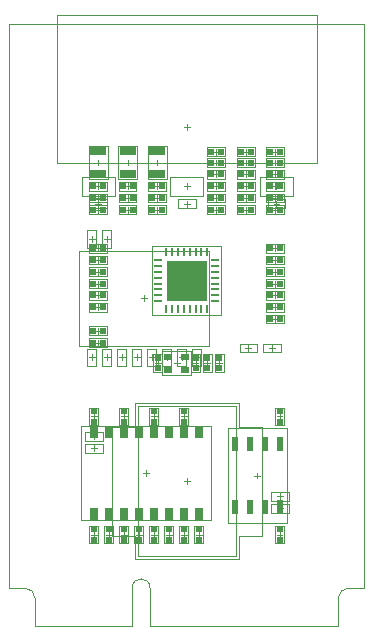
<source format=gbp>
G04*
G04 #@! TF.GenerationSoftware,Altium Limited,Altium Designer,22.1.2 (22)*
G04*
G04 Layer_Color=128*
%FSLAX25Y25*%
%MOIN*%
G70*
G04*
G04 #@! TF.SameCoordinates,22AE79A3-5326-4A0D-A068-57DE9E5E3605*
G04*
G04*
G04 #@! TF.FilePolarity,Positive*
G04*
G01*
G75*
%ADD11C,0.00394*%
%ADD13C,0.00197*%
%ADD14C,0.00039*%
%ADD15C,0.00079*%
%ADD17R,0.02047X0.01850*%
%ADD18R,0.02756X0.03937*%
%ADD19R,0.01850X0.02047*%
%ADD44R,0.13583X0.13583*%
%ADD45R,0.00984X0.02756*%
%ADD46R,0.02756X0.00984*%
%ADD47R,0.05512X0.02756*%
%ADD48R,0.02362X0.05118*%
%ADD49R,0.02756X0.02362*%
D11*
X68898Y-197D02*
G03*
X65748Y-3347I0J-3150D01*
G01*
X-35433D02*
G03*
X-38583Y-197I-3150J0D01*
G01*
X2953Y0D02*
G03*
X-2953Y0I-2953J0D01*
G01*
X68898Y-197D02*
G03*
X65748Y-3347I0J-3150D01*
G01*
X-35433D02*
G03*
X-38583Y-197I-3150J0D01*
G01*
X2953Y0D02*
G03*
X-2953Y0I-2953J0D01*
G01*
X-35433Y-12795D02*
X-2953D01*
X65748D02*
Y-3347D01*
X68898Y-197D02*
X74213D01*
X-43898D02*
X-38583D01*
X2953Y-12795D02*
Y0D01*
X-2953Y-12795D02*
Y0D01*
X-35433Y-12795D02*
Y-3347D01*
X2953Y-12795D02*
X65748D01*
X-43898Y187795D02*
X74213D01*
X-35433Y-12795D02*
Y-3347D01*
X74213Y-197D02*
Y187795D01*
X-2953Y-12795D02*
Y0D01*
X65748Y-12795D02*
Y-3347D01*
X2953Y-12795D02*
Y0D01*
X-35433Y-12795D02*
X-2953D01*
X2953D02*
X65748D01*
X68898Y-197D02*
X74213D01*
X-43898D02*
X-38583D01*
X-43898D02*
Y187795D01*
D13*
X3557Y90762D02*
X26757D01*
X3557Y113962D02*
X26757D01*
X3557Y90762D02*
Y113962D01*
X26757Y90762D02*
Y113962D01*
X15157Y101181D02*
Y103543D01*
X13976Y102362D02*
X16339D01*
X3557Y113962D02*
X26757D01*
Y90762D02*
Y113962D01*
X3557Y90762D02*
X26757D01*
X3557D02*
Y113962D01*
D14*
X-1181Y10433D02*
X31496D01*
Y60433D01*
X-1181D02*
X31496D01*
X-1181Y10433D02*
Y60433D01*
X-12905Y113189D02*
X-9953D01*
Y119095D01*
X-12905Y113189D02*
Y119095D01*
X-9953D01*
X-17906Y113189D02*
X-14953D01*
Y119095D01*
X-17906Y113189D02*
Y119095D01*
X-14953D01*
X22724Y80709D02*
Y112205D01*
X-20583Y80709D02*
Y112205D01*
X22724D01*
X-20583Y80709D02*
X22724D01*
X17095Y73819D02*
X20047D01*
Y79724D01*
X17095Y73819D02*
Y79724D01*
X20047D01*
X7095Y73819D02*
X10047D01*
Y79724D01*
X7095Y73819D02*
Y79724D01*
X10047D01*
X-2905Y73819D02*
X47D01*
Y79724D01*
X-2905Y73819D02*
Y79724D01*
X47D01*
X-17906D02*
X-14953D01*
X-17906Y73819D02*
Y79724D01*
X-14953Y73819D02*
Y79724D01*
X-17906Y73819D02*
X-14953D01*
X58465Y141732D02*
Y190945D01*
X-28150Y141732D02*
Y190945D01*
Y141732D02*
X58465D01*
X-28150Y190945D02*
X58465D01*
X39591Y130709D02*
Y137008D01*
Y130709D02*
X50614D01*
X39591Y137008D02*
X50614D01*
Y130709D02*
Y137008D01*
X42150Y126476D02*
Y129429D01*
X48055Y126476D02*
Y129429D01*
X42150Y126476D02*
X48055D01*
X42150Y129429D02*
X48055D01*
X9646Y130709D02*
Y137008D01*
Y130709D02*
X20669D01*
X9646Y137008D02*
X20669D01*
Y130709D02*
Y137008D01*
X12205Y126476D02*
Y129429D01*
X18110Y126476D02*
Y129429D01*
X12205Y126476D02*
X18110D01*
X12205Y129429D02*
X18110D01*
X-19882Y130709D02*
Y137008D01*
Y130709D02*
X-8858D01*
X-19882Y137008D02*
X-8858D01*
Y130709D02*
Y137008D01*
X-17323Y126476D02*
Y129429D01*
X-11417Y126476D02*
Y129429D01*
X-17323Y126476D02*
X-11417D01*
X-17323Y129429D02*
X-11417D01*
X32791Y78445D02*
Y81398D01*
X38697Y78445D02*
Y81398D01*
X32791Y78445D02*
X38697D01*
X32791Y81398D02*
X38697D01*
X46571Y78445D02*
Y81398D01*
X40665D02*
X46571D01*
X40665Y78445D02*
X46571D01*
X40665D02*
Y81398D01*
X-11417Y111713D02*
Y114665D01*
X-17323Y111713D02*
X-11417D01*
X-17323Y114665D02*
X-11417D01*
X-17323Y111713D02*
Y114665D01*
X-17323Y107776D02*
Y110728D01*
X-11417D01*
X-17323Y107776D02*
X-11417D01*
Y110728D01*
Y92028D02*
Y94980D01*
X-17323Y92028D02*
X-11417D01*
X-17323Y94980D02*
X-11417D01*
X-17323Y92028D02*
Y94980D01*
X41732Y107776D02*
Y110728D01*
X47638D01*
X41732Y107776D02*
X47638D01*
Y110728D01*
X41732Y95965D02*
Y98917D01*
X47638D01*
X41732Y95965D02*
X47638D01*
Y98917D01*
X-17284Y54134D02*
X-14331D01*
X-17284D02*
Y60039D01*
X-14331Y54134D02*
Y60039D01*
X-17284D02*
X-14331D01*
X-7283Y54134D02*
X-4331D01*
X-7283D02*
Y60039D01*
X-4331Y54134D02*
Y60039D01*
X-7283D02*
X-4331D01*
X2716Y54134D02*
X5669D01*
X2716D02*
Y60039D01*
X5669Y54134D02*
Y60039D01*
X2716D02*
X5669D01*
X12717Y54134D02*
X15669D01*
X12717D02*
Y60039D01*
X15669Y54134D02*
Y60039D01*
X12717D02*
X15669D01*
X-17284Y14764D02*
X-14331D01*
X-17284D02*
Y20669D01*
X-14331Y14764D02*
Y20669D01*
X-17284D02*
X-14331D01*
X-7283Y14764D02*
X-4331D01*
X-7283D02*
Y20669D01*
X-4331Y14764D02*
Y20669D01*
X-7283D02*
X-4331D01*
X2716Y14764D02*
X5669D01*
X2716D02*
Y20669D01*
X5669Y14764D02*
Y20669D01*
X2716D02*
X5669D01*
X12717Y14764D02*
X15669D01*
X12717D02*
Y20669D01*
X15669Y14764D02*
Y20669D01*
X12717D02*
X15669D01*
X41732Y143815D02*
Y146768D01*
X47638D01*
X41732Y143815D02*
X47638D01*
Y146768D01*
X27953Y140256D02*
Y143209D01*
X22047Y140256D02*
X27953D01*
X22047Y143209D02*
X27953D01*
X22047Y140256D02*
Y143209D01*
X37795Y140256D02*
Y143209D01*
X31890Y140256D02*
X37795D01*
X31890Y143209D02*
X37795D01*
X31890Y140256D02*
Y143209D01*
X-17520Y147244D02*
X-11220D01*
Y136221D02*
Y147244D01*
X-17520Y136221D02*
Y147244D01*
Y136221D02*
X-11220D01*
X-7677Y147244D02*
X-1378D01*
Y136221D02*
Y147244D01*
X-7677Y136221D02*
Y147244D01*
Y136221D02*
X-1378D01*
X2165Y147244D02*
X8465D01*
Y136221D02*
Y147244D01*
X2165Y136221D02*
Y147244D01*
Y136221D02*
X8465D01*
X2362Y124508D02*
Y127461D01*
X8268D01*
X2362Y124508D02*
X8268D01*
Y127461D01*
X-7480Y124508D02*
Y127461D01*
X-1575D01*
X-7480Y124508D02*
X-1575D01*
Y127461D01*
X-17323Y124508D02*
Y127461D01*
X-11417D01*
X-17323Y124508D02*
X-11417D01*
Y127461D01*
Y99902D02*
Y102854D01*
X-17323Y99902D02*
X-11417D01*
X-17323Y102854D02*
X-11417D01*
X-17323Y99902D02*
Y102854D01*
X24508Y77756D02*
X27461D01*
Y71850D02*
Y77756D01*
X24508Y71850D02*
Y77756D01*
Y71850D02*
X27461D01*
X-11417Y103839D02*
Y106791D01*
X-17323Y103839D02*
X-11417D01*
X-17323Y106791D02*
X-11417D01*
X-17323Y103839D02*
Y106791D01*
X41732Y103839D02*
Y106791D01*
X47638D01*
X41732Y103839D02*
X47638D01*
Y106791D01*
X20571Y71850D02*
X23524D01*
X20571D02*
Y77756D01*
X23524Y71850D02*
Y77756D01*
X20571D02*
X23524D01*
X47638Y111713D02*
Y114665D01*
X41732Y111713D02*
X47638D01*
X41732Y114665D02*
X47638D01*
X41732Y111713D02*
Y114665D01*
X47638Y92028D02*
Y94980D01*
X41732Y92028D02*
X47638D01*
X41732Y94980D02*
X47638D01*
X41732Y92028D02*
Y94980D01*
X47638Y99902D02*
Y102854D01*
X41732Y99902D02*
X47638D01*
X41732Y102854D02*
X47638D01*
X41732Y99902D02*
Y102854D01*
X47638Y88090D02*
Y91043D01*
X41732Y88090D02*
X47638D01*
X41732Y91043D02*
X47638D01*
X41732Y88090D02*
Y91043D01*
X-17323Y95965D02*
Y98917D01*
X-11417D01*
X-17323Y95965D02*
X-11417D01*
Y98917D01*
X-19961Y22441D02*
Y53937D01*
X23346Y22441D02*
Y53937D01*
X-19961D02*
X23346D01*
X-19961Y22441D02*
X23346D01*
X28780Y53150D02*
X48465D01*
X28780Y21654D02*
X48465D01*
X28780D02*
Y53150D01*
X48465Y21654D02*
Y53150D01*
X47638Y140256D02*
Y143209D01*
X41732Y140256D02*
X47638D01*
X41732Y143209D02*
X47638D01*
X41732Y140256D02*
Y143209D01*
X47638Y132382D02*
Y135335D01*
X41732Y132382D02*
X47638D01*
X41732Y135335D02*
X47638D01*
X41732Y132382D02*
Y135335D01*
X37795Y132382D02*
Y135335D01*
X31890Y132382D02*
X37795D01*
X31890Y135335D02*
X37795D01*
X31890Y132382D02*
Y135335D01*
Y143815D02*
Y146768D01*
X37795D01*
X31890Y143815D02*
X37795D01*
Y146768D01*
X27953Y132382D02*
Y135335D01*
X22047Y132382D02*
X27953D01*
X22047Y135335D02*
X27953D01*
X22047Y132382D02*
Y135335D01*
Y143815D02*
Y146768D01*
X27953D01*
X22047Y143815D02*
X27953D01*
Y146768D01*
X7087Y78740D02*
X16535D01*
X7087Y70866D02*
X16535D01*
X7087D02*
Y78740D01*
X16535Y70866D02*
Y78740D01*
X15157Y34449D02*
Y36417D01*
X14173Y35433D02*
X16142D01*
X-2165Y9449D02*
Y17402D01*
X32480Y53465D02*
Y61417D01*
X-2165D02*
X32480D01*
X-2165Y9449D02*
X32480D01*
Y17402D01*
X-2165Y53425D02*
Y61417D01*
X-9843Y53425D02*
X-2165D01*
X32480Y17402D02*
X40157D01*
X-9843D02*
Y53425D01*
X40157Y17402D02*
Y53465D01*
X-9843Y17402D02*
X-2165D01*
X32480Y53465D02*
X40157D01*
X-12905Y113189D02*
X-9953D01*
X-12905Y119095D02*
X-9953D01*
Y113189D02*
Y119095D01*
X-12905Y113189D02*
Y119095D01*
X-11429Y115157D02*
Y117126D01*
X-12413Y116142D02*
X-10445D01*
X-17906Y113189D02*
X-14953D01*
X-17906Y119095D02*
X-14953D01*
Y113189D02*
Y119095D01*
X-17906Y113189D02*
Y119095D01*
X-16429Y115157D02*
Y117126D01*
X-17413Y116142D02*
X-15445D01*
X1071Y95472D02*
Y97441D01*
X87Y96457D02*
X2055D01*
X-20583Y80709D02*
X22724D01*
Y112205D01*
X-20583Y80709D02*
Y112205D01*
X22724D01*
X17095Y73819D02*
X20047D01*
X17095Y79724D02*
X20047D01*
Y73819D02*
Y79724D01*
X17095Y73819D02*
Y79724D01*
X18571Y75787D02*
Y77756D01*
X17587Y76772D02*
X19555D01*
X7095Y73819D02*
X10047D01*
X7095Y79724D02*
X10047D01*
Y73819D02*
Y79724D01*
X7095Y73819D02*
Y79724D01*
X8571Y75787D02*
Y77756D01*
X7587Y76772D02*
X9555D01*
X-2905Y73819D02*
X47D01*
X-2905Y79724D02*
X47D01*
Y73819D02*
Y79724D01*
X-2905Y73819D02*
Y79724D01*
X-1429Y75787D02*
Y77756D01*
X-2413Y76772D02*
X-445D01*
X-17906Y79724D02*
X-14953D01*
X-17906Y73819D02*
X-14953D01*
X-17906D02*
Y79724D01*
X-14953Y73819D02*
Y79724D01*
X-16429Y75787D02*
Y77756D01*
X-17413Y76772D02*
X-15445D01*
X-28150Y141732D02*
X58465D01*
X-28150D02*
Y190945D01*
X58465D01*
Y141732D02*
Y190945D01*
X15157Y152559D02*
Y154528D01*
X14173Y153543D02*
X16142D01*
X45102Y132874D02*
Y134843D01*
X44118Y133858D02*
X46087D01*
X39591Y130709D02*
X50614D01*
X39591Y137008D02*
X50614D01*
X39591Y130709D02*
Y137008D01*
X50614Y130709D02*
Y137008D01*
X42150Y126476D02*
X48055D01*
X42150Y129429D02*
X48055D01*
X42150Y126476D02*
Y129429D01*
X48055Y126476D02*
Y129429D01*
X45102Y126969D02*
Y128937D01*
X44118Y127953D02*
X46087D01*
X15157Y132874D02*
Y134843D01*
X14173Y133858D02*
X16142D01*
X9646Y130709D02*
X20669D01*
X9646Y137008D02*
X20669D01*
X9646Y130709D02*
Y137008D01*
X20669Y130709D02*
Y137008D01*
X12205Y126476D02*
X18110D01*
X12205Y129429D02*
X18110D01*
X12205Y126476D02*
Y129429D01*
X18110Y126476D02*
Y129429D01*
X15157Y126969D02*
Y128937D01*
X14173Y127953D02*
X16142D01*
X-14370Y132874D02*
Y134843D01*
X-15354Y133858D02*
X-13386D01*
X-19882Y130709D02*
X-8858D01*
X-19882Y137008D02*
X-8858D01*
X-19882Y130709D02*
Y137008D01*
X-8858Y130709D02*
Y137008D01*
X-17323Y126476D02*
X-11417D01*
X-17323Y129429D02*
X-11417D01*
X-17323Y126476D02*
Y129429D01*
X-11417Y126476D02*
Y129429D01*
X-14370Y126969D02*
Y128937D01*
X-15354Y127953D02*
X-13386D01*
X32791Y78445D02*
X38697D01*
X32791Y81398D02*
X38697D01*
X32791Y78445D02*
Y81398D01*
X38697Y78445D02*
Y81398D01*
X35744Y78937D02*
Y80905D01*
X34760Y79921D02*
X36728D01*
X46571Y78445D02*
Y81398D01*
X40665Y78445D02*
Y81398D01*
X46571D01*
X40665Y78445D02*
X46571D01*
X42634Y79921D02*
X44602D01*
X43618Y78937D02*
Y80905D01*
X-11417Y111713D02*
Y114665D01*
X-17323Y111713D02*
Y114665D01*
Y111713D02*
X-11417D01*
X-17323Y114665D02*
X-11417D01*
X-15354Y113189D02*
X-13386D01*
X-14370Y112205D02*
Y114173D01*
X-17323Y107776D02*
Y110728D01*
X-11417Y107776D02*
Y110728D01*
X-17323D02*
X-11417D01*
X-17323Y107776D02*
X-11417D01*
X-15354Y109252D02*
X-13386D01*
X-14370Y108268D02*
Y110236D01*
X-11417Y92028D02*
Y94980D01*
X-17323Y92028D02*
Y94980D01*
Y92028D02*
X-11417D01*
X-17323Y94980D02*
X-11417D01*
X-15354Y93504D02*
X-13386D01*
X-14370Y92520D02*
Y94488D01*
X41732Y107776D02*
Y110728D01*
X47638Y107776D02*
Y110728D01*
X41732D02*
X47638D01*
X41732Y107776D02*
X47638D01*
X43701Y109252D02*
X45669D01*
X44685Y108268D02*
Y110236D01*
X41732Y95965D02*
Y98917D01*
X47638Y95965D02*
Y98917D01*
X41732D02*
X47638D01*
X41732Y95965D02*
X47638D01*
X43701Y97441D02*
X45669D01*
X44685Y96457D02*
Y98425D01*
X-17284Y54134D02*
X-14331D01*
X-17284Y60039D02*
X-14331D01*
X-17284Y54134D02*
Y60039D01*
X-14331Y54134D02*
Y60039D01*
X-15807Y56102D02*
Y58071D01*
X-16791Y57087D02*
X-14823D01*
X-7283Y54134D02*
X-4331D01*
X-7283Y60039D02*
X-4331D01*
X-7283Y54134D02*
Y60039D01*
X-4331Y54134D02*
Y60039D01*
X-5807Y56102D02*
Y58071D01*
X-6791Y57087D02*
X-4823D01*
X2716Y54134D02*
X5669D01*
X2716Y60039D02*
X5669D01*
X2716Y54134D02*
Y60039D01*
X5669Y54134D02*
Y60039D01*
X4193Y56102D02*
Y58071D01*
X3209Y57087D02*
X5177D01*
X12717Y54134D02*
X15669D01*
X12717Y60039D02*
X15669D01*
X12717Y54134D02*
Y60039D01*
X15669Y54134D02*
Y60039D01*
X14193Y56102D02*
Y58071D01*
X13209Y57087D02*
X15177D01*
X-17284Y14764D02*
X-14331D01*
X-17284Y20669D02*
X-14331D01*
X-17284Y14764D02*
Y20669D01*
X-14331Y14764D02*
Y20669D01*
X-15807Y16732D02*
Y18701D01*
X-16791Y17717D02*
X-14823D01*
X-7283Y14764D02*
X-4331D01*
X-7283Y20669D02*
X-4331D01*
X-7283Y14764D02*
Y20669D01*
X-4331Y14764D02*
Y20669D01*
X-5807Y16732D02*
Y18701D01*
X-6791Y17717D02*
X-4823D01*
X2716Y14764D02*
X5669D01*
X2716Y20669D02*
X5669D01*
X2716Y14764D02*
Y20669D01*
X5669Y14764D02*
Y20669D01*
X4193Y16732D02*
Y18701D01*
X3209Y17717D02*
X5177D01*
X12717Y14764D02*
X15669D01*
X12717Y20669D02*
X15669D01*
X12717Y14764D02*
Y20669D01*
X15669Y14764D02*
Y20669D01*
X14193Y16732D02*
Y18701D01*
X13209Y17717D02*
X15177D01*
X41732Y143815D02*
Y146768D01*
X47638Y143815D02*
Y146768D01*
X41732D02*
X47638D01*
X41732Y143815D02*
X47638D01*
X43701Y145291D02*
X45669D01*
X44685Y144307D02*
Y146276D01*
X27953Y140256D02*
Y143209D01*
X22047Y140256D02*
Y143209D01*
Y140256D02*
X27953D01*
X22047Y143209D02*
X27953D01*
X24016Y141732D02*
X25984D01*
X25000Y140748D02*
Y142717D01*
X37795Y140256D02*
Y143209D01*
X31890Y140256D02*
Y143209D01*
Y140256D02*
X37795D01*
X31890Y143209D02*
X37795D01*
X33858Y141732D02*
X35827D01*
X34843Y140748D02*
Y142717D01*
X-15354Y141732D02*
X-13386D01*
X-14370Y140748D02*
Y142717D01*
X-11220Y136221D02*
Y147244D01*
X-17520Y136221D02*
Y147244D01*
X-11220D01*
X-17520Y136221D02*
X-11220D01*
X-5512Y141732D02*
X-3543D01*
X-4528Y140748D02*
Y142717D01*
X-1378Y136221D02*
Y147244D01*
X-7677Y136221D02*
Y147244D01*
X-1378D01*
X-7677Y136221D02*
X-1378D01*
X4331Y141732D02*
X6299D01*
X5315Y140748D02*
Y142717D01*
X8465Y136221D02*
Y147244D01*
X2165Y136221D02*
Y147244D01*
X8465D01*
X2165Y136221D02*
X8465D01*
X2362Y124508D02*
Y127461D01*
X8268Y124508D02*
Y127461D01*
X2362D02*
X8268D01*
X2362Y124508D02*
X8268D01*
X4331Y125984D02*
X6299D01*
X5315Y125000D02*
Y126969D01*
X-7480Y124508D02*
Y127461D01*
X-1575Y124508D02*
Y127461D01*
X-7480D02*
X-1575D01*
X-7480Y124508D02*
X-1575D01*
X-5512Y125984D02*
X-3543D01*
X-4528Y125000D02*
Y126969D01*
X-17323Y124508D02*
Y127461D01*
X-11417Y124508D02*
Y127461D01*
X-17323D02*
X-11417D01*
X-17323Y124508D02*
X-11417D01*
X-15354Y125984D02*
X-13386D01*
X-14370Y125000D02*
Y126969D01*
X-11417Y99902D02*
Y102854D01*
X-17323Y99902D02*
Y102854D01*
Y99902D02*
X-11417D01*
X-17323Y102854D02*
X-11417D01*
X-15354Y101378D02*
X-13386D01*
X-14370Y100394D02*
Y102362D01*
X24508Y77756D02*
X27461D01*
X24508Y71850D02*
X27461D01*
Y77756D01*
X24508Y71850D02*
Y77756D01*
X25984Y73819D02*
Y75787D01*
X25000Y74803D02*
X26969D01*
X-11417Y103839D02*
Y106791D01*
X-17323Y103839D02*
Y106791D01*
Y103839D02*
X-11417D01*
X-17323Y106791D02*
X-11417D01*
X-15354Y105315D02*
X-13386D01*
X-14370Y104331D02*
Y106299D01*
X41732Y103839D02*
Y106791D01*
X47638Y103839D02*
Y106791D01*
X41732D02*
X47638D01*
X41732Y103839D02*
X47638D01*
X43701Y105315D02*
X45669D01*
X44685Y104331D02*
Y106299D01*
X20571Y71850D02*
X23524D01*
X20571Y77756D02*
X23524D01*
X20571Y71850D02*
Y77756D01*
X23524Y71850D02*
Y77756D01*
X22047Y73819D02*
Y75787D01*
X21063Y74803D02*
X23031D01*
X47638Y111713D02*
Y114665D01*
X41732Y111713D02*
Y114665D01*
Y111713D02*
X47638D01*
X41732Y114665D02*
X47638D01*
X43701Y113189D02*
X45669D01*
X44685Y112205D02*
Y114173D01*
X47638Y92028D02*
Y94980D01*
X41732Y92028D02*
Y94980D01*
Y92028D02*
X47638D01*
X41732Y94980D02*
X47638D01*
X43701Y93504D02*
X45669D01*
X44685Y92520D02*
Y94488D01*
X47638Y99902D02*
Y102854D01*
X41732Y99902D02*
Y102854D01*
Y99902D02*
X47638D01*
X41732Y102854D02*
X47638D01*
X43701Y101378D02*
X45669D01*
X44685Y100394D02*
Y102362D01*
X47638Y88090D02*
Y91043D01*
X41732Y88090D02*
Y91043D01*
Y88090D02*
X47638D01*
X41732Y91043D02*
X47638D01*
X43701Y89567D02*
X45669D01*
X44685Y88583D02*
Y90551D01*
X-17323Y95965D02*
Y98917D01*
X-11417Y95965D02*
Y98917D01*
X-17323D02*
X-11417D01*
X-17323Y95965D02*
X-11417D01*
X-15354Y97441D02*
X-13386D01*
X-14370Y96457D02*
Y98425D01*
X1693Y37205D02*
Y39173D01*
X709Y38189D02*
X2677D01*
X-19961Y22441D02*
X23346D01*
X-19961D02*
Y53937D01*
X23346Y22441D02*
Y53937D01*
X-19961D02*
X23346D01*
X28780Y21654D02*
X48465D01*
X28780D02*
Y53150D01*
X48465Y21654D02*
Y53150D01*
X28780D02*
X48465D01*
X37638Y37402D02*
X39606D01*
X38622Y36417D02*
Y38386D01*
X47638Y140256D02*
Y143209D01*
X41732Y140256D02*
Y143209D01*
Y140256D02*
X47638D01*
X41732Y143209D02*
X47638D01*
X43701Y141732D02*
X45669D01*
X44685Y140748D02*
Y142717D01*
X47638Y132382D02*
Y135335D01*
X41732Y132382D02*
Y135335D01*
Y132382D02*
X47638D01*
X41732Y135335D02*
X47638D01*
X43701Y133858D02*
X45669D01*
X44685Y132874D02*
Y134843D01*
X37795Y132382D02*
Y135335D01*
X31890Y132382D02*
Y135335D01*
Y132382D02*
X37795D01*
X31890Y135335D02*
X37795D01*
X33858Y133858D02*
X35827D01*
X34843Y132874D02*
Y134843D01*
X31890Y143815D02*
Y146768D01*
X37795Y143815D02*
Y146768D01*
X31890D02*
X37795D01*
X31890Y143815D02*
X37795D01*
X33858Y145291D02*
X35827D01*
X34843Y144307D02*
Y146276D01*
X27953Y132382D02*
Y135335D01*
X22047Y132382D02*
Y135335D01*
Y132382D02*
X27953D01*
X22047Y135335D02*
X27953D01*
X24016Y133858D02*
X25984D01*
X25000Y132874D02*
Y134843D01*
X22047Y143815D02*
Y146768D01*
X27953Y143815D02*
Y146768D01*
X22047D02*
X27953D01*
X22047Y143815D02*
X27953D01*
X24016Y145291D02*
X25984D01*
X25000Y144307D02*
Y146276D01*
X10827Y74803D02*
X12795D01*
X11811Y73819D02*
Y75787D01*
X7087Y70866D02*
X16535D01*
X7087Y78740D02*
X16535D01*
Y70866D02*
Y78740D01*
X7087Y70866D02*
Y78740D01*
D15*
X15047Y73819D02*
Y79724D01*
X12094Y73819D02*
Y79724D01*
X15047D01*
X12094Y73819D02*
X15047D01*
X5047D02*
Y79724D01*
X2094Y73819D02*
Y79724D01*
X5047D01*
X2094Y73819D02*
X5047D01*
X-4953D02*
Y79724D01*
X-7905Y73819D02*
Y79724D01*
X-4953D01*
X-7905Y73819D02*
X-4953D01*
X-9953D02*
Y79724D01*
X-12905Y73819D02*
Y79724D01*
X-9953D01*
X-12905Y73819D02*
X-9953D01*
X43307Y31909D02*
X49213D01*
X43307Y28957D02*
X49213D01*
X43307D02*
Y31909D01*
X49213Y28957D02*
Y31909D01*
X43307Y27972D02*
X49213D01*
X43307Y25020D02*
X49213D01*
X43307D02*
Y27972D01*
X49213Y25020D02*
Y27972D01*
X-18701Y48957D02*
X-12795D01*
X-18701Y51910D02*
X-12795D01*
Y48957D02*
Y51910D01*
X-18701Y48957D02*
Y51910D01*
Y45020D02*
X-12795D01*
X-18701Y47972D02*
X-12795D01*
Y45020D02*
Y47972D01*
X-18701Y45020D02*
Y47972D01*
X-17323Y84153D02*
X-11417D01*
X-17323Y87106D02*
X-11417D01*
X-17323Y84153D02*
Y87106D01*
X-11417Y84153D02*
Y87106D01*
X-17323Y80216D02*
X-11417D01*
X-17323Y83169D02*
X-11417D01*
X-17323Y80216D02*
Y83169D01*
X-11417Y80216D02*
Y83169D01*
X19587Y71850D02*
Y77756D01*
X16634Y71850D02*
Y77756D01*
Y71850D02*
X19587D01*
X16634Y77756D02*
X19587D01*
X47598Y54134D02*
Y60039D01*
X44646Y54134D02*
Y60039D01*
Y54134D02*
X47598D01*
X44646Y60039D02*
X47598D01*
X-12284Y14764D02*
Y20669D01*
X-9331Y14764D02*
Y20669D01*
X-12284D02*
X-9331D01*
X-12284Y14764D02*
X-9331D01*
X-2283D02*
Y20669D01*
X669Y14764D02*
Y20669D01*
X-2283D02*
X669D01*
X-2283Y14764D02*
X669D01*
X7717D02*
Y20669D01*
X10669Y14764D02*
Y20669D01*
X7717D02*
X10669D01*
X7717Y14764D02*
X10669D01*
X17717D02*
Y20669D01*
X20669Y14764D02*
Y20669D01*
X17717D02*
X20669D01*
X17717Y14764D02*
X20669D01*
X44646D02*
Y20669D01*
X47598Y14764D02*
Y20669D01*
X44646D02*
X47598D01*
X44646Y14764D02*
X47598D01*
X4035Y71850D02*
Y77756D01*
X6988Y71850D02*
Y77756D01*
X4035D02*
X6988D01*
X4035Y71850D02*
X6988D01*
X22047Y127461D02*
X27953D01*
X22047Y124508D02*
X27953D01*
Y127461D01*
X22047Y124508D02*
Y127461D01*
X31890D02*
X37795D01*
X31890Y124508D02*
X37795D01*
Y127461D01*
X31890Y124508D02*
Y127461D01*
X41732D02*
X47638D01*
X41732Y124508D02*
X47638D01*
Y127461D01*
X41732Y124508D02*
Y127461D01*
X22047Y131398D02*
X27953D01*
X22047Y128445D02*
X27953D01*
Y131398D01*
X22047Y128445D02*
Y131398D01*
X31890D02*
X37795D01*
X31890Y128445D02*
X37795D01*
Y131398D01*
X31890Y128445D02*
Y131398D01*
X41732D02*
X47638D01*
X41732Y128445D02*
X47638D01*
Y131398D01*
X41732Y128445D02*
Y131398D01*
X22047Y136319D02*
X27953D01*
X22047Y139272D02*
X27953D01*
X22047Y136319D02*
Y139272D01*
X27953Y136319D02*
Y139272D01*
X31890Y136319D02*
X37795D01*
X31890Y139272D02*
X37795D01*
X31890Y136319D02*
Y139272D01*
X37795Y136319D02*
Y139272D01*
X41732Y136319D02*
X47638D01*
X41732Y139272D02*
X47638D01*
X41732Y136319D02*
Y139272D01*
X47638Y136319D02*
Y139272D01*
X-17323Y135335D02*
X-11417D01*
X-17323Y132382D02*
X-11417D01*
Y135335D01*
X-17323Y132382D02*
Y135335D01*
X-7480D02*
X-1575D01*
X-7480Y132382D02*
X-1575D01*
Y135335D01*
X-7480Y132382D02*
Y135335D01*
X2362D02*
X8268D01*
X2362Y132382D02*
X8268D01*
Y135335D01*
X2362Y132382D02*
Y135335D01*
X-17323Y131398D02*
X-11417D01*
X-17323Y128445D02*
X-11417D01*
Y131398D01*
X-17323Y128445D02*
Y131398D01*
X-7480D02*
X-1575D01*
X-7480Y128445D02*
X-1575D01*
Y131398D01*
X-7480Y128445D02*
Y131398D01*
X2362D02*
X8268D01*
X2362Y128445D02*
X8268D01*
Y131398D01*
X2362Y128445D02*
Y131398D01*
X12094Y79724D02*
X15047D01*
X12587Y76772D02*
X14555D01*
X13571Y75787D02*
Y77756D01*
X15047Y73819D02*
Y79724D01*
X12094Y73819D02*
Y79724D01*
Y73819D02*
X15047D01*
X2094Y79724D02*
X5047D01*
X2587Y76772D02*
X4555D01*
X3571Y75787D02*
Y77756D01*
X5047Y73819D02*
Y79724D01*
X2094Y73819D02*
Y79724D01*
Y73819D02*
X5047D01*
X-7905Y79724D02*
X-4953D01*
X-7413Y76772D02*
X-5445D01*
X-6429Y75787D02*
Y77756D01*
X-4953Y73819D02*
Y79724D01*
X-7905Y73819D02*
Y79724D01*
Y73819D02*
X-4953D01*
X-12905Y79724D02*
X-9953D01*
X-12413Y76772D02*
X-10445D01*
X-11429Y75787D02*
Y77756D01*
X-9953Y73819D02*
Y79724D01*
X-12905Y73819D02*
Y79724D01*
Y73819D02*
X-9953D01*
X43307Y28957D02*
Y31909D01*
X46260Y29449D02*
Y31417D01*
X45276Y30433D02*
X47244D01*
X43307Y31909D02*
X49213D01*
X43307Y28957D02*
X49213D01*
Y31909D01*
X43307Y25020D02*
Y27972D01*
X46260Y25512D02*
Y27480D01*
X45276Y26496D02*
X47244D01*
X43307Y27972D02*
X49213D01*
X43307Y25020D02*
X49213D01*
Y27972D01*
X-12795Y48957D02*
Y51910D01*
X-15748Y49449D02*
Y51417D01*
X-16732Y50433D02*
X-14764D01*
X-18701Y48957D02*
X-12795D01*
X-18701Y51910D02*
X-12795D01*
X-18701Y48957D02*
Y51910D01*
X-12795Y45020D02*
Y47972D01*
X-15748Y45512D02*
Y47480D01*
X-16732Y46496D02*
X-14764D01*
X-18701Y45020D02*
X-12795D01*
X-18701Y47972D02*
X-12795D01*
X-18701Y45020D02*
Y47972D01*
X-17323Y84153D02*
Y87106D01*
X-14370Y84646D02*
Y86614D01*
X-15354Y85630D02*
X-13386D01*
X-17323Y84153D02*
X-11417D01*
X-17323Y87106D02*
X-11417D01*
Y84153D02*
Y87106D01*
X-17323Y80216D02*
Y83169D01*
X-14370Y80709D02*
Y82677D01*
X-15354Y81693D02*
X-13386D01*
X-17323Y80216D02*
X-11417D01*
X-17323Y83169D02*
X-11417D01*
Y80216D02*
Y83169D01*
X16634Y71850D02*
X19587D01*
X17126Y74803D02*
X19094D01*
X18110Y73819D02*
Y75787D01*
X19587Y71850D02*
Y77756D01*
X16634Y71850D02*
Y77756D01*
X19587D01*
X44646Y54134D02*
X47598D01*
X45138Y57087D02*
X47106D01*
X46122Y56102D02*
Y58071D01*
X47598Y54134D02*
Y60039D01*
X44646Y54134D02*
Y60039D01*
X47598D01*
X-12284Y20669D02*
X-9331D01*
X-11791Y17717D02*
X-9823D01*
X-10807Y16732D02*
Y18701D01*
X-12284Y14764D02*
Y20669D01*
X-9331Y14764D02*
Y20669D01*
X-12284Y14764D02*
X-9331D01*
X-2283Y20669D02*
X669D01*
X-1791Y17717D02*
X177D01*
X-807Y16732D02*
Y18701D01*
X-2283Y14764D02*
Y20669D01*
X669Y14764D02*
Y20669D01*
X-2283Y14764D02*
X669D01*
X7717Y20669D02*
X10669D01*
X8209Y17717D02*
X10177D01*
X9193Y16732D02*
Y18701D01*
X7717Y14764D02*
Y20669D01*
X10669Y14764D02*
Y20669D01*
X7717Y14764D02*
X10669D01*
X17717Y20669D02*
X20669D01*
X18209Y17717D02*
X20177D01*
X19193Y16732D02*
Y18701D01*
X17717Y14764D02*
Y20669D01*
X20669Y14764D02*
Y20669D01*
X17717Y14764D02*
X20669D01*
X44646Y20669D02*
X47598D01*
X45138Y17717D02*
X47106D01*
X46122Y16732D02*
Y18701D01*
X44646Y14764D02*
Y20669D01*
X47598Y14764D02*
Y20669D01*
X44646Y14764D02*
X47598D01*
X4035Y77756D02*
X6988D01*
X4528Y74803D02*
X6496D01*
X5512Y73819D02*
Y75787D01*
X4035Y71850D02*
Y77756D01*
X6988Y71850D02*
Y77756D01*
X4035Y71850D02*
X6988D01*
X27953Y124508D02*
Y127461D01*
X25000Y125000D02*
Y126969D01*
X24016Y125984D02*
X25984D01*
X22047Y127461D02*
X27953D01*
X22047Y124508D02*
X27953D01*
X22047D02*
Y127461D01*
X37795Y124508D02*
Y127461D01*
X34843Y125000D02*
Y126969D01*
X33858Y125984D02*
X35827D01*
X31890Y127461D02*
X37795D01*
X31890Y124508D02*
X37795D01*
X31890D02*
Y127461D01*
X47638Y124508D02*
Y127461D01*
X44685Y125000D02*
Y126969D01*
X43701Y125984D02*
X45669D01*
X41732Y127461D02*
X47638D01*
X41732Y124508D02*
X47638D01*
X41732D02*
Y127461D01*
X27953Y128445D02*
Y131398D01*
X25000Y128937D02*
Y130905D01*
X24016Y129921D02*
X25984D01*
X22047Y131398D02*
X27953D01*
X22047Y128445D02*
X27953D01*
X22047D02*
Y131398D01*
X37795Y128445D02*
Y131398D01*
X34843Y128937D02*
Y130905D01*
X33858Y129921D02*
X35827D01*
X31890Y131398D02*
X37795D01*
X31890Y128445D02*
X37795D01*
X31890D02*
Y131398D01*
X47638Y128445D02*
Y131398D01*
X44685Y128937D02*
Y130905D01*
X43701Y129921D02*
X45669D01*
X41732Y131398D02*
X47638D01*
X41732Y128445D02*
X47638D01*
X41732D02*
Y131398D01*
X22047Y136319D02*
Y139272D01*
X25000Y136811D02*
Y138779D01*
X24016Y137795D02*
X25984D01*
X22047Y136319D02*
X27953D01*
X22047Y139272D02*
X27953D01*
Y136319D02*
Y139272D01*
X31890Y136319D02*
Y139272D01*
X34843Y136811D02*
Y138779D01*
X33858Y137795D02*
X35827D01*
X31890Y136319D02*
X37795D01*
X31890Y139272D02*
X37795D01*
Y136319D02*
Y139272D01*
X41732Y136319D02*
Y139272D01*
X44685Y136811D02*
Y138779D01*
X43701Y137795D02*
X45669D01*
X41732Y136319D02*
X47638D01*
X41732Y139272D02*
X47638D01*
Y136319D02*
Y139272D01*
X-11417Y132382D02*
Y135335D01*
X-14370Y132874D02*
Y134843D01*
X-15354Y133858D02*
X-13386D01*
X-17323Y135335D02*
X-11417D01*
X-17323Y132382D02*
X-11417D01*
X-17323D02*
Y135335D01*
X-1575Y132382D02*
Y135335D01*
X-4528Y132874D02*
Y134843D01*
X-5512Y133858D02*
X-3543D01*
X-7480Y135335D02*
X-1575D01*
X-7480Y132382D02*
X-1575D01*
X-7480D02*
Y135335D01*
X8268Y132382D02*
Y135335D01*
X5315Y132874D02*
Y134843D01*
X4331Y133858D02*
X6299D01*
X2362Y135335D02*
X8268D01*
X2362Y132382D02*
X8268D01*
X2362D02*
Y135335D01*
X-11417Y128445D02*
Y131398D01*
X-14370Y128937D02*
Y130905D01*
X-15354Y129921D02*
X-13386D01*
X-17323Y131398D02*
X-11417D01*
X-17323Y128445D02*
X-11417D01*
X-17323D02*
Y131398D01*
X-1575Y128445D02*
Y131398D01*
X-4528Y128937D02*
Y130905D01*
X-5512Y129921D02*
X-3543D01*
X-7480Y131398D02*
X-1575D01*
X-7480Y128445D02*
X-1575D01*
X-7480D02*
Y131398D01*
X8268Y128445D02*
Y131398D01*
X5315Y128937D02*
Y130905D01*
X4331Y129921D02*
X6299D01*
X2362Y131398D02*
X8268D01*
X2362Y128445D02*
X8268D01*
X2362D02*
Y131398D01*
D17*
X18110Y73110D02*
D03*
Y76496D02*
D03*
X46122Y55394D02*
D03*
Y58780D02*
D03*
X-15807Y55394D02*
D03*
Y58780D02*
D03*
X-5807Y55394D02*
D03*
Y58780D02*
D03*
X4193Y55394D02*
D03*
Y58780D02*
D03*
X14193Y55394D02*
D03*
Y58780D02*
D03*
X-15807Y16024D02*
D03*
Y19410D02*
D03*
X-10807D02*
D03*
Y16024D02*
D03*
X-5807D02*
D03*
Y19410D02*
D03*
X-807D02*
D03*
Y16024D02*
D03*
X4193D02*
D03*
Y19410D02*
D03*
X9193D02*
D03*
Y16024D02*
D03*
X14193D02*
D03*
Y19410D02*
D03*
X19193D02*
D03*
Y16024D02*
D03*
X46122Y19410D02*
D03*
Y16024D02*
D03*
X5512Y76496D02*
D03*
Y73110D02*
D03*
X25984Y76496D02*
D03*
Y73110D02*
D03*
X22047D02*
D03*
Y76496D02*
D03*
D18*
X19193Y24409D02*
D03*
Y51968D02*
D03*
X-15807Y24409D02*
D03*
Y51968D02*
D03*
X-10807Y24409D02*
D03*
X14193D02*
D03*
Y51968D02*
D03*
X-10807D02*
D03*
X-5807D02*
D03*
X-807D02*
D03*
X4193D02*
D03*
X9193D02*
D03*
Y24409D02*
D03*
X4193D02*
D03*
X-807D02*
D03*
X-5807D02*
D03*
D19*
X-12677Y113189D02*
D03*
X-16063D02*
D03*
X-16063Y109252D02*
D03*
X-12677D02*
D03*
Y93504D02*
D03*
X-16063D02*
D03*
Y85630D02*
D03*
X-12677D02*
D03*
X-16063Y81693D02*
D03*
X-12677D02*
D03*
X42992Y109252D02*
D03*
X46378D02*
D03*
X42992Y97441D02*
D03*
X46378D02*
D03*
X26693Y125984D02*
D03*
X23307D02*
D03*
X36535D02*
D03*
X33150D02*
D03*
X46378D02*
D03*
X42992D02*
D03*
Y145291D02*
D03*
X46378D02*
D03*
X26693Y129921D02*
D03*
X23307D02*
D03*
X36535D02*
D03*
X33150D02*
D03*
X46378D02*
D03*
X42992D02*
D03*
X23307Y137795D02*
D03*
X26693D02*
D03*
X33150D02*
D03*
X36535D02*
D03*
X42992D02*
D03*
X46378D02*
D03*
X26693Y141732D02*
D03*
X23307D02*
D03*
X36535D02*
D03*
X33150D02*
D03*
X-12677Y133858D02*
D03*
X-16063D02*
D03*
X-2835D02*
D03*
X-6221D02*
D03*
X7008D02*
D03*
X3622D02*
D03*
X-12677Y129921D02*
D03*
X-16063D02*
D03*
X-2835D02*
D03*
X-6221D02*
D03*
X7008D02*
D03*
X3622D02*
D03*
X3622Y125984D02*
D03*
X7008D02*
D03*
X-6221D02*
D03*
X-2835D02*
D03*
X-16063D02*
D03*
X-12677D02*
D03*
Y101378D02*
D03*
X-16063D02*
D03*
X-12677Y105315D02*
D03*
X-16063D02*
D03*
X42992D02*
D03*
X46378D02*
D03*
Y113189D02*
D03*
X42992D02*
D03*
X46378Y93504D02*
D03*
X42992D02*
D03*
X46378Y101378D02*
D03*
X42992D02*
D03*
X46378Y89567D02*
D03*
X42992D02*
D03*
X-16063Y97441D02*
D03*
X-12677D02*
D03*
X46378Y141732D02*
D03*
X42992D02*
D03*
X46378Y133858D02*
D03*
X42992D02*
D03*
X36535D02*
D03*
X33150D02*
D03*
Y145291D02*
D03*
X36535D02*
D03*
X26693Y133858D02*
D03*
X23307D02*
D03*
Y145291D02*
D03*
X26693D02*
D03*
D44*
X15157Y102362D02*
D03*
D45*
X8268Y111811D02*
D03*
X10236D02*
D03*
X12205D02*
D03*
X14173D02*
D03*
X16142D02*
D03*
X18110D02*
D03*
X20079D02*
D03*
X22047D02*
D03*
Y92913D02*
D03*
X20079D02*
D03*
X18110D02*
D03*
X16142D02*
D03*
X14173D02*
D03*
X12205D02*
D03*
X10236D02*
D03*
X8268D02*
D03*
D46*
X24606Y109252D02*
D03*
Y107283D02*
D03*
Y105315D02*
D03*
Y103347D02*
D03*
Y101378D02*
D03*
Y99409D02*
D03*
Y97441D02*
D03*
Y95472D02*
D03*
X5709D02*
D03*
Y97441D02*
D03*
Y99409D02*
D03*
Y101378D02*
D03*
Y103347D02*
D03*
Y105315D02*
D03*
Y107283D02*
D03*
Y109252D02*
D03*
D47*
X-14370Y145413D02*
D03*
Y138051D02*
D03*
X-4528Y145413D02*
D03*
Y138051D02*
D03*
X5315Y145413D02*
D03*
Y138051D02*
D03*
D48*
X46122Y48031D02*
D03*
X41122D02*
D03*
X36122D02*
D03*
X31122D02*
D03*
Y26772D02*
D03*
X36122D02*
D03*
X41122D02*
D03*
X46122D02*
D03*
D49*
X14567Y72638D02*
D03*
X9055D02*
D03*
Y76968D02*
D03*
X14567D02*
D03*
M02*

</source>
